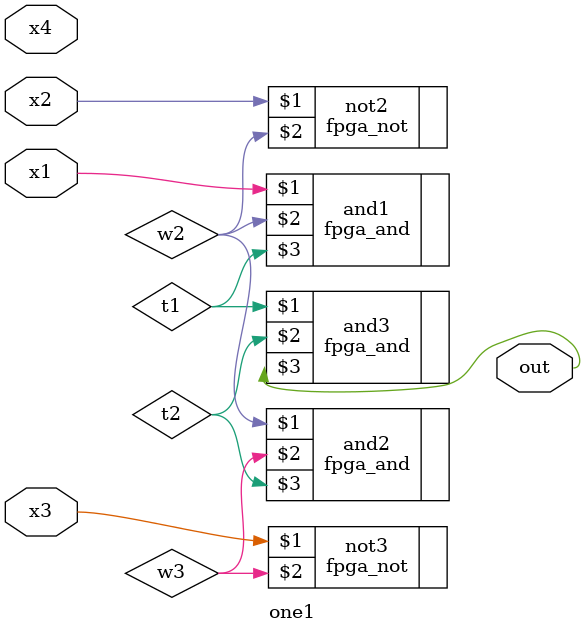
<source format=v>
`include "not.v"
`include "and.v"

module one1(input x1, x2, x3, x4, output out);
    wire w2, w3, w4;
    wire t1, t2;

    fpga_not not2(x2, w2);
    fpga_not not3(x3, w3);
    fpga_not not4(x4, w4);

    fpga_and and1(x1, w2, t1);
    fpga_and and2(w2, w3, t2);

    fpga_and and3(t1, t2, out);
endmodule
</source>
